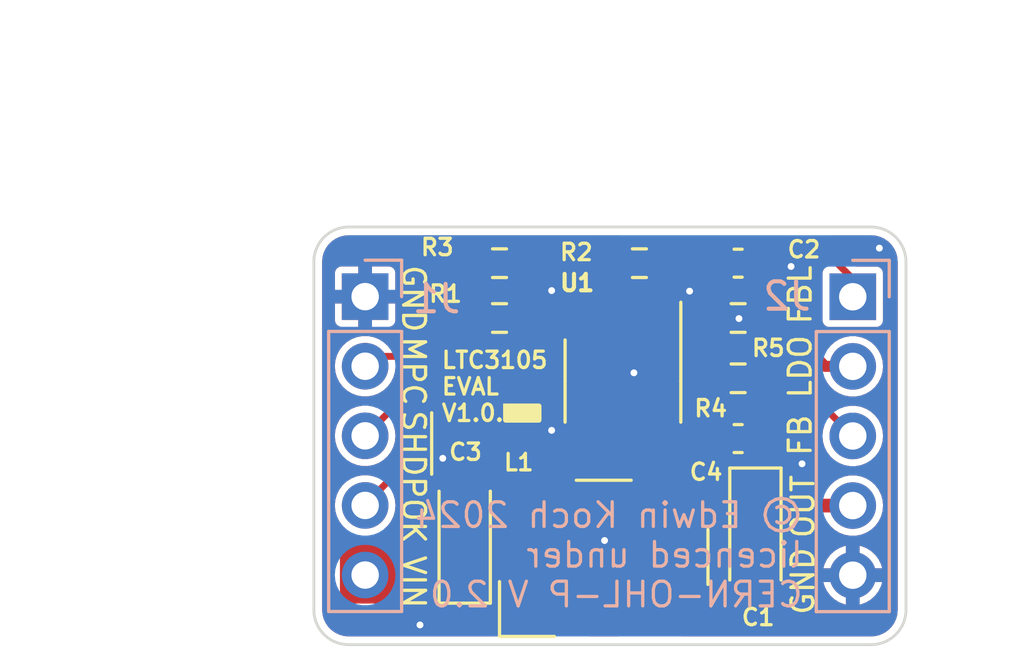
<source format=kicad_pcb>
(kicad_pcb (version 20240108) (generator "pcbnew") (generator_version "8.0")
  (title_block (title "LTC3105 Evaluation Board") (date "2024-12-30") (rev "V1.0") (company "© Edwin Koch 2024, This work is licenced under CERN-OHL-P V 2.0."))
  (layers (0 "F.Cu" signal) (31 "B.Cu" signal) (34 "B.Paste" user) (35 "F.Paste" user) (36 "B.SilkS" user "B.Silkscreen") (37 "F.SilkS" user "F.Silkscreen") (38 "B.Mask" user) (39 "F.Mask" user) (44 "Edge.Cuts" user))
  (net 0 "")
  (net 1 "VOUT")
  (net 2 "GND")
  (net 3 "VIN")
  (net 4 "FB_LDO")
  (net 5 "LDO_OUT")
  (net 6 "~{SHUTDOWN}")
  (net 7 "MPPC")
  (net 8 "POWERGOOD")
  (net 9 "Net-(U1-AUX)")
  (net 10 "FB")
  (net 11 "/SW")
  (footprint "Resistor_SMD:R_0603_1608Metric_Pad0.98x0.95mm_HandSolder" (layer "F.Cu") (at 131.9 97.3 180)
    (property "Reference" "R1" (at 1.97 0.88 180) (layer "F.SilkS") (effects (font (size 0.6 0.6) (thickness 0.12) (bold yes))))
    (property "Value" "~")
    (fp_line (start -0.254724 0.5225) (end 0.254724 0.5225) (stroke (width 0.12)) (layer "F.SilkS"))
    (fp_line (start -0.254724 -0.5225) (end 0.254724 -0.5225) (stroke (width 0.12)) (layer "F.SilkS"))
    (pad "1" smd roundrect (at -0.9125 0 180) (size 0.975 0.95) (layers "F.Cu" "F.Paste" "F.Mask") (net 7 "MPPC"))
    (pad "2" smd roundrect (at 0.9125 0 180) (size 0.975 0.95) (layers "F.Cu" "F.Paste" "F.Mask") (net 2 "GND"))
  )
  (footprint "Capacitor_SMD:C_0603_1608Metric_Pad1.08x0.95mm_HandSolder" (layer "F.Cu") (at 140.6 95.3)
    (property "Reference" "C2" (at 2.4 -0.5 0) (layer "F.SilkS") (effects (font (size 0.6 0.6) (thickness 0.12) (bold yes))))
    (property "Value" "4.7u")
    (fp_line (start -0.146267 -0.51) (end 0.146267 -0.51) (stroke (width 0.12)) (layer "F.SilkS"))
    (fp_line (start -0.146267 0.51) (end 0.146267 0.51) (stroke (width 0.12)) (layer "F.SilkS"))
    (pad "1" smd roundrect (at -0.8625 0) (size 1.075 0.95) (layers "F.Cu" "F.Paste" "F.Mask") (net 5 "LDO_OUT"))
    (pad "2" smd roundrect (at 0.8625 0) (size 1.075 0.95) (layers "F.Cu" "F.Paste" "F.Mask") (net 2 "GND"))
  )
  (footprint "Capacitor_SMD:C_0603_1608Metric_Pad1.08x0.95mm_HandSolder" (layer "F.Cu") (at 140.6 101.7)
    (property "Reference" "C4" (at -1.17 1.22 0) (layer "F.SilkS") (effects (font (size 0.6 0.6) (thickness 0.12) (bold yes))))
    (property "Value" "1u")
    (fp_line (start -0.146267 -0.51) (end 0.146267 -0.51) (stroke (width 0.12)) (layer "F.SilkS"))
    (fp_line (start -0.146267 0.51) (end 0.146267 0.51) (stroke (width 0.12)) (layer "F.SilkS"))
    (pad "1" smd roundrect (at -0.8625 0) (size 1.075 0.95) (layers "F.Cu" "F.Paste" "F.Mask") (net 9 "Net-(U1-AUX)"))
    (pad "2" smd roundrect (at 0.8625 0) (size 1.075 0.95) (layers "F.Cu" "F.Paste" "F.Mask") (net 2 "GND"))
  )
  (footprint "Resistor_SMD:R_0603_1608Metric_Pad0.98x0.95mm_HandSolder" (layer "F.Cu") (at 140.6 99.5)
    (property "Reference" "R4" (at -1 1.1 0) (layer "F.SilkS") (effects (font (size 0.6 0.6) (thickness 0.12) (bold yes))))
    (property "Value" "~")
    (fp_line (start -0.254724 -0.5225) (end 0.254724 -0.5225) (stroke (width 0.12)) (layer "F.SilkS"))
    (fp_line (start -0.254724 0.5225) (end 0.254724 0.5225) (stroke (width 0.12)) (layer "F.SilkS"))
    (pad "1" smd roundrect (at -0.9125 0) (size 0.975 0.95) (layers "F.Cu" "F.Paste" "F.Mask") (net 1 "VOUT"))
    (pad "2" smd roundrect (at 0.9125 0) (size 0.975 0.95) (layers "F.Cu" "F.Paste" "F.Mask") (net 10 "FB"))
  )
  (footprint "Resistor_SMD:R_0603_1608Metric_Pad0.98x0.95mm_HandSolder" (layer "F.Cu") (at 140.6 97.3)
    (property "Reference" "R5" (at 1.1 1.1 0) (layer "F.SilkS") (effects (font (size 0.6 0.6) (thickness 0.12) (bold yes))))
    (property "Value" "~")
    (fp_line (start -0.254724 -0.5225) (end 0.254724 -0.5225) (stroke (width 0.12)) (layer "F.SilkS"))
    (fp_line (start -0.254724 0.5225) (end 0.254724 0.5225) (stroke (width 0.12)) (layer "F.SilkS"))
    (pad "1" smd roundrect (at -0.9125 0) (size 0.975 0.95) (layers "F.Cu" "F.Paste" "F.Mask") (net 10 "FB"))
    (pad "2" smd roundrect (at 0.9125 0) (size 0.975 0.95) (layers "F.Cu" "F.Paste" "F.Mask") (net 2 "GND"))
  )
  (footprint "Package_SO:MSOP-12_3x4mm_P0.65mm" (layer "F.Cu") (at 136.4 99.6 -90)
    (property "Reference" "U1" (at -3.58 1.67 0) (layer "F.SilkS") (effects (font (size 0.6 0.6))))
    (property "Value" "LTC3105EMS")
    (fp_line (start 0 2.11) (end -1.5 2.11) (stroke (width 0.12)) (layer "F.SilkS"))
    (fp_line (start 0 2.11) (end 1.5 2.11) (stroke (width 0.12)) (layer "F.SilkS"))
    (fp_line (start 0 -2.11) (end -2.875 -2.11) (stroke (width 0.12)) (layer "F.SilkS"))
    (fp_line (start 0 -2.11) (end 1.5 -2.11) (stroke (width 0.12)) (layer "F.SilkS"))
    (pad "1" smd roundrect (at -2.15 -1.625 270) (size 1.45 0.4) (layers "F.Cu" "F.Paste" "F.Mask") (net 10 "FB"))
    (pad "2" smd roundrect (at -2.15 -0.975 270) (size 1.45 0.4) (layers "F.Cu" "F.Paste" "F.Mask") (net 5 "LDO_OUT"))
    (pad "3" smd roundrect (at -2.15 -0.325 270) (size 1.45 0.4) (layers "F.Cu" "F.Paste" "F.Mask") (net 4 "FB_LDO"))
    (pad "4" smd roundrect (at -2.15 0.325 270) (size 1.45 0.4) (layers "F.Cu" "F.Paste" "F.Mask") (net 6 "~{SHUTDOWN}"))
    (pad "5" smd roundrect (at -2.15 0.975 270) (size 1.45 0.4) (layers "F.Cu" "F.Paste" "F.Mask") (net 7 "MPPC"))
    (pad "6" smd roundrect (at -2.15 1.625 270) (size 1.45 0.4) (layers "F.Cu" "F.Paste" "F.Mask") (net 2 "GND"))
    (pad "7" smd roundrect (at 2.15 1.625 270) (size 1.45 0.4) (layers "F.Cu" "F.Paste" "F.Mask") (net 2 "GND"))
    (pad "8" smd roundrect (at 2.15 0.975 270) (size 1.45 0.4) (layers "F.Cu" "F.Paste" "F.Mask") (net 3 "VIN"))
    (pad "9" smd roundrect (at 2.15 0.325 270) (size 1.45 0.4) (layers "F.Cu" "F.Paste" "F.Mask") (net 11 "/SW"))
    (pad "10" smd roundrect (at 2.15 -0.325 270) (size 1.45 0.4) (layers "F.Cu" "F.Paste" "F.Mask") (net 8 "POWERGOOD"))
    (pad "11" smd roundrect (at 2.15 -0.975 270) (size 1.45 0.4) (layers "F.Cu" "F.Paste" "F.Mask") (net 1 "VOUT"))
    (pad "12" smd roundrect (at 2.15 -1.625 270) (size 1.45 0.4) (layers "F.Cu" "F.Paste" "F.Mask") (net 9 "Net-(U1-AUX)"))
  )
  (footprint "Resistor_SMD:R_0603_1608Metric_Pad0.98x0.95mm_HandSolder" (layer "F.Cu") (at 137 95.3 180)
    (property "Reference" "R2" (at 2.3 0.4 0) (layer "F.SilkS") (effects (font (size 0.6 0.6) (thickness 0.12) (bold yes))))
    (property "Value" "~")
    (fp_line (start -0.254724 0.5225) (end 0.254724 0.5225) (stroke (width 0.12)) (layer "F.SilkS"))
    (fp_line (start -0.254724 -0.5225) (end 0.254724 -0.5225) (stroke (width 0.12)) (layer "F.SilkS"))
    (pad "1" smd roundrect (at -0.9125 0 180) (size 0.975 0.95) (layers "F.Cu" "F.Paste" "F.Mask") (net 5 "LDO_OUT"))
    (pad "2" smd roundrect (at 0.9125 0 180) (size 0.975 0.95) (layers "F.Cu" "F.Paste" "F.Mask") (net 4 "FB_LDO"))
  )
  (footprint "Capacitor_Tantalum_SMD:CP_EIA-3216-18_Kemet-A_Pad1.58x1.35mm_HandSolder" (layer "F.Cu") (at 141.23 105.26 -90)
    (property "Reference" "C1" (at 2.96 -0.1 0) (layer "F.SilkS") (effects (font (size 0.6 0.6) (thickness 0.12) (bold yes))))
    (property "Value" "10uF")
    (fp_line (start -2.485 0.935) (end 1.6 0.935) (stroke (width 0.12)) (layer "F.SilkS"))
    (fp_line (start -2.485 -0.935) (end -2.485 0.935) (stroke (width 0.12)) (layer "F.SilkS"))
    (fp_line (start 1.6 -0.935) (end -2.485 -0.935) (stroke (width 0.12)) (layer "F.SilkS"))
    (pad "1" smd roundrect (at -1.4375 0 270) (size 1.575 1.35) (layers "F.Cu" "F.Paste" "F.Mask") (roundrect_rratio 0.185185) (net 1 "VOUT"))
    (pad "2" smd roundrect (at 1.4375 0 270) (size 1.575 1.35) (layers "F.Cu" "F.Paste" "F.Mask") (roundrect_rratio 0.185185) (net 2 "GND") (thermal_bridge_width 0.5) (thermal_gap 0.15))
  )
  (footprint "021_inductor:L_Coilcraft_MSS5131-XXX_handsolder" (layer "F.Cu") (at 135.7 106.02 90)
    (property "Reference" "L1" (at 3.45 -3.1 0) (layer "F.SilkS") (effects (font (size 0.6 0.6) (thickness 0.12) (bold yes))))
    (property "Value" "10uH")
    (fp_line (start -2.9 -3.8) (end -0.9 -3.8) (stroke (width 0.12)) (layer "F.SilkS"))
    (fp_line (start -2.9 -3.8) (end -2.9 -1.8) (stroke (width 0.12)) (layer "F.SilkS"))
    (fp_line (start 2.8 -1) (end 2.8 1) (stroke (width 0.12)) (layer "F.SilkS"))
    (fp_line (start -1 3.8) (end 1 3.8) (stroke (width 0.12)) (layer "F.SilkS"))
    (pad "1" smd custom (at 0 -3 90) (size 4 1) (layers "F.Cu" "F.Paste" "F.Mask") (net 3 "VIN") (options (clearance outline) (anchor rect)) (primitives (gr_rect (start -2 -0.5) (end 2 0.5) (width 0) (fill yes)) (gr_poly (pts (xy -2.54 2.199998) (xy -2.54 0.459998) (xy 2.54 0.459998) (xy 2.54 2.199998) (arc (start 1.860276 2.199998) (mid 0 0.974998) (end -1.860276 2.199998))) (width 0) (fill yes))))
    (pad "2" smd custom (at 0 2.999996 270) (size 4 1) (layers "F.Cu" "F.Paste" "F.Mask") (net 11 "/SW") (options (clearance outline) (anchor rect)) (primitives (gr_poly (pts (xy -2.54 2.199998) (xy -2.54 0.459998) (xy 2.54 0.459998) (xy 2.54 2.199998) (arc (start 1.860276 2.199998) (mid 0 0.974998) (end -1.860276 2.199998))) (width 0) (fill yes)) (gr_rect (start -2 -0.5) (end 2 0.5) (width 0) (fill yes))))
  )
  (footprint "Resistor_SMD:R_0603_1608Metric_Pad0.98x0.95mm_HandSolder" (layer "F.Cu") (at 131.9 95.3 180)
    (property "Reference" "R3" (at 2.27 0.58 0) (layer "F.SilkS") (effects (font (size 0.6 0.6) (thickness 0.12) (bold yes))))
    (property "Value" "~")
    (fp_line (start -0.254724 0.5225) (end 0.254724 0.5225) (stroke (width 0.12)) (layer "F.SilkS"))
    (fp_line (start -0.254724 -0.5225) (end 0.254724 -0.5225) (stroke (width 0.12)) (layer "F.SilkS"))
    (pad "1" smd roundrect (at -0.9125 0 180) (size 0.975 0.95) (layers "F.Cu" "F.Paste" "F.Mask") (net 4 "FB_LDO"))
    (pad "2" smd roundrect (at 0.9125 0 180) (size 0.975 0.95) (layers "F.Cu" "F.Paste" "F.Mask") (net 2 "GND"))
  )
  (footprint "Capacitor_Tantalum_SMD:CP_EIA-3216-18_Kemet-A_Pad1.58x1.35mm_HandSolder" (layer "F.Cu") (at 130.63 105.22 90)
    (property "Reference" "C3" (at 3.03 0.03 0) (layer "F.SilkS") (effects (font (size 0.6 0.6) (thickness 0.12) (bold yes))))
    (property "Value" "10uF")
    (fp_line (start 1.6 -0.935) (end -2.485 -0.935) (stroke (width 0.12)) (layer "F.SilkS"))
    (fp_line (start -2.485 -0.935) (end -2.485 0.935) (stroke (width 0.12)) (layer "F.SilkS"))
    (fp_line (start -2.485 0.935) (end 1.6 0.935) (stroke (width 0.12)) (layer "F.SilkS"))
    (pad "1" smd roundrect (at -1.4375 0 90) (size 1.575 1.35) (layers "F.Cu" "F.Paste" "F.Mask") (roundrect_rratio 0.185185) (net 3 "VIN"))
    (pad "2" smd roundrect (at 1.4375 0 90) (size 1.575 1.35) (layers "F.Cu" "F.Paste" "F.Mask") (roundrect_rratio 0.185185) (net 2 "GND") (thermal_bridge_width 0.5) (thermal_gap 0.15))
  )
  (footprint "Connector_PinHeader_2.54mm:PinHeader_1x05_P2.54mm_Vertical" (layer "B.Cu") (at 144.78 96.525 180)
    (property "Reference" "J2" (at 2.4 0.02 180) (layer "B.SilkS") (effects (justify mirror)))
    (property "Value" "Conn_01x05_Pin")
    (fp_line (start 1.33 -1.27) (end 1.33 -11.49) (stroke (width 0.12)) (layer "B.SilkS"))
    (fp_line (start -1.33 1.33) (end 0 1.33) (stroke (width 0.12)) (layer "B.SilkS"))
    (fp_line (start -1.33 0) (end -1.33 1.33) (stroke (width 0.12)) (layer "B.SilkS"))
    (fp_line (start -1.33 -1.27) (end 1.33 -1.27) (stroke (width 0.12)) (layer "B.SilkS"))
    (fp_line (start -1.33 -1.27) (end -1.33 -11.49) (stroke (width 0.12)) (layer "B.SilkS"))
    (fp_line (start -1.33 -11.49) (end 1.33 -11.49) (stroke (width 0.12)) (layer "B.SilkS"))
    (pad "1" thru_hole rect (at 0 0 180) (size 1.7 1.7) (drill 1) (layers "*.Cu" "*.Mask") (net 4 "FB_LDO"))
    (pad "2" thru_hole oval (at 0 -2.54 180) (size 1.7 1.7) (drill 1) (layers "*.Cu" "*.Mask") (net 5 "LDO_OUT"))
    (pad "3" thru_hole oval (at 0 -5.08 180) (size 1.7 1.7) (drill 1) (layers "*.Cu" "*.Mask") (net 10 "FB"))
    (pad "4" thru_hole oval (at 0 -7.62 180) (size 1.7 1.7) (drill 1) (layers "*.Cu" "*.Mask") (net 1 "VOUT"))
    (pad "5" thru_hole oval (at 0 -10.16 180) (size 1.7 1.7) (drill 1) (layers "*.Cu" "*.Mask") (net 2 "GND"))
  )
  (footprint "Connector_PinHeader_2.54mm:PinHeader_1x05_P2.54mm_Vertical" (layer "B.Cu") (at 127 96.52 180)
    (property "Reference" "J1" (at -2.6 -0.08 0) (layer "B.SilkS") (effects (justify mirror)))
    (property "Value" "Conn_01x05_Pin")
    (fp_line (start 1.33 -1.27) (end 1.33 -11.49) (stroke (width 0.12)) (layer "B.SilkS"))
    (fp_line (start -1.33 1.33) (end 0 1.33) (stroke (width 0.12)) (layer "B.SilkS"))
    (fp_line (start -1.33 0) (end -1.33 1.33) (stroke (width 0.12)) (layer "B.SilkS"))
    (fp_line (start -1.33 -1.27) (end 1.33 -1.27) (stroke (width 0.12)) (layer "B.SilkS"))
    (fp_line (start -1.33 -1.27) (end -1.33 -11.49) (stroke (width 0.12)) (layer "B.SilkS"))
    (fp_line (start -1.33 -11.49) (end 1.33 -11.49) (stroke (width 0.12)) (layer "B.SilkS"))
    (pad "1" thru_hole rect (at 0 0 180) (size 1.7 1.7) (drill 1) (layers "*.Cu" "*.Mask") (net 2 "GND"))
    (pad "2" thru_hole oval (at 0 -2.54 180) (size 1.7 1.7) (drill 1) (layers "*.Cu" "*.Mask") (net 7 "MPPC"))
    (pad "3" thru_hole oval (at 0 -5.08 180) (size 1.7 1.7) (drill 1) (layers "*.Cu" "*.Mask") (net 6 "~{SHUTDOWN}"))
    (pad "4" thru_hole oval (at 0 -7.62 180) (size 1.7 1.7) (drill 1) (layers "*.Cu" "*.Mask") (net 8 "POWERGOOD"))
    (pad "5" thru_hole oval (at 0 -10.16 180) (size 1.7 1.7) (drill 1) (layers "*.Cu" "*.Mask") (net 3 "VIN"))
  )
  (gr_rect (start 132.13 100.52) (end 133.33 101.02) (stroke (width 0.2)) (fill solid) (layer "F.SilkS"))
  (gr_arc (start 125.13 95.25) (mid 125.501974 94.351974) (end 126.4 93.98) (stroke (width 0.1)) (layer "Edge.Cuts"))
  (gr_arc (start 146.72 107.949999) (mid 146.348026 108.848025) (end 145.45 109.219999) (stroke (width 0.1)) (layer "Edge.Cuts"))
  (gr_line (start 126.4 109.22) (end 145.45 109.219999) (stroke (width 0.1)) (layer "Edge.Cuts"))
  (gr_line (start 145.45 93.980001) (end 126.4 93.98) (stroke (width 0.1)) (layer "Edge.Cuts"))
  (gr_line (start 146.719999 95.25) (end 146.72 107.949999) (stroke (width 0.1)) (layer "Edge.Cuts"))
  (gr_arc (start 126.4 109.22) (mid 125.501974 108.848026) (end 125.13 107.95) (stroke (width 0.1)) (layer "Edge.Cuts"))
  (gr_line (start 125.13 95.25) (end 125.13 107.95) (stroke (width 0.1)) (layer "Edge.Cuts"))
  (gr_arc (start 145.45 93.980001) (mid 146.348026 94.351975) (end 146.72 95.250001) (stroke (width 0.1)) (layer "Edge.Cuts"))
  (gr_text "© Edwin Koch 2024 \nlicenced under\nCERN-OHL-P V 2.0\n" (at 143.03 107.92 0) (layer "B.SilkS") (effects (font (size 0.9 0.9) (thickness 0.12)) (justify left bottom mirror)))
  (gr_text "GND" (at 128.3 95.3 -90) (layer "F.SilkS") (effects (font (size 0.8 0.8) (thickness 0.12)) (justify left bottom)))
  (gr_text "POK" (at 128.3 103 270) (layer "F.SilkS") (effects (font (size 0.8 0.8) (thickness 0.12)) (justify left bottom)))
  (gr_text "LTC3105\nEVAL\nV1.0.\n" (at 129.73 101.12 0) (layer "F.SilkS") (effects (font (size 0.6 0.6) (thickness 0.12)) (justify left bottom)))
  (gr_text "LDO" (at 143.33 100.3 90) (layer "F.SilkS") (effects (font (size 0.8 0.8) (thickness 0.12)) (justify left bottom)))
  (gr_text "VIN" (at 128.3 105.9 270) (layer "F.SilkS") (effects (font (size 0.8 0.8) (thickness 0.12)) (justify left bottom)))
  (gr_text "~{SHD}\n" (at 128.3 100.6 270) (layer "F.SilkS") (effects (font (size 0.8 0.8) (thickness 0.12)) (justify left bottom)))
  (gr_text "GND" (at 143.43 108.2 90) (layer "F.SilkS") (effects (font (size 0.8 0.8) (thickness 0.12)) (justify left bottom)))
  (gr_text "FB" (at 143.33 102.4 90) (layer "F.SilkS") (effects (font (size 0.8 0.8) (thickness 0.12)) (justify left bottom)))
  (gr_text "FBL" (at 143.33 97.6 90) (layer "F.SilkS") (effects (font (size 0.8 0.8) (thickness 0.12)) (justify left bottom)))
  (gr_text "MPC" (at 128.3 97.9 270) (layer "F.SilkS") (effects (font (size 0.8 0.8) (thickness 0.12)) (justify left bottom)))
  (gr_text "OUT" (at 143.43 105.4 90) (layer "F.SilkS") (effects (font (size 0.8 0.8) (thickness 0.12)) (justify left bottom)))
  (segment (start 142.755 104.145) (end 144.78 104.145) (width 0.5) (layer "F.Cu") (net 1))
  (segment (start 137.775 103.02) (end 139.33 103.02) (width 0.5) (layer "F.Cu") (net 1))
  (segment (start 139.6875 99.5) (end 138 99.5) (width 0.25) (layer "F.Cu") (net 1))
  (segment (start 139.33 103.02) (end 140.1325 103.8225) (width 0.5) (layer "F.Cu") (net 1))
  (segment (start 141.23 103.8225) (end 142.4325 103.8225) (width 0.5) (layer "F.Cu") (net 1))
  (segment (start 140.1325 103.8225) (end 141.23 103.8225) (width 0.5) (layer "F.Cu") (net 1))
  (segment (start 137.375 100.125) (end 137.375 101.75) (width 0.25) (layer "F.Cu") (net 1))
  (segment (start 138 99.5) (end 137.375 100.125) (width 0.25) (layer "F.Cu") (net 1))
  (segment (start 142.4325 103.8225) (end 142.755 104.145) (width 0.5) (layer "F.Cu") (net 1))
  (segment (start 137.375 102.62) (end 137.775 103.02) (width 0.5) (layer "F.Cu") (net 1))
  (segment (start 137.375 101.75) (end 137.375 102.62) (width 0.4) (layer "F.Cu") (net 1))
  (via (at 145.75 94.75) (size 0.4) (drill 0.25) (layers "F.Cu" "B.Cu") (net 2))
  (via (at 140.63 97.32) (size 0.4) (drill 0.25) (layers "F.Cu" "B.Cu") (net 2))
  (via (at 133.8 96.3) (size 0.4) (drill 0.25) (layers "F.Cu" "B.Cu") (net 2))
  (via (at 129 108.5) (size 0.4) (drill 0.25) (layers "F.Cu" "B.Cu") (net 2))
  (via (at 142.53 95.42) (size 0.4) (drill 0.25) (layers "F.Cu" "B.Cu") (net 2))
  (via (at 142.93 102.62) (size 0.4) (drill 0.25) (layers "F.Cu" "B.Cu") (net 2))
  (via (at 129.83 102.42) (size 0.4) (drill 0.25) (layers "F.Cu" "B.Cu") (net 2))
  (via (at 136.8 99.3) (size 0.4) (drill 0.25) (layers "F.Cu" "B.Cu") (net 2))
  (via (at 133.8 101.4) (size 0.4) (drill 0.25) (layers "F.Cu" "B.Cu") (net 2))
  (via (at 135.73 105.42) (size 0.4) (drill 0.25) (layers "F.Cu" "B.Cu") (net 2))
  (via (at 138.83 96.32) (size 0.4) (drill 0.25) (layers "F.Cu" "B.Cu") (net 2))
  (segment (start 135.425 101.75) (end 135.425 103.025) (width 0.4) (layer "F.Cu") (net 3))
  (segment (start 134.73 103.72) (end 134.73 103.97) (width 0.4) (layer "F.Cu") (net 3))
  (segment (start 134.73 103.97) (end 134.7 104) (width 0.4) (layer "F.Cu") (net 3))
  (segment (start 135.425 103.025) (end 134.73 103.72) (width 0.4) (layer "F.Cu") (net 3))
  (segment (start 136.9675 94.42) (end 136.0875 95.3) (width 0.25) (layer "F.Cu") (net 4))
  (segment (start 144.78 96.525) (end 144.78 95.87) (width 0.25) (layer "F.Cu") (net 4))
  (segment (start 132.9125 95.3) (end 136.0875 95.3) (width 0.25) (layer "F.Cu") (net 4))
  (segment (start 143.33 94.42) (end 136.9675 94.42) (width 0.25) (layer "F.Cu") (net 4))
  (segment (start 136.725 95.9375) (end 136.0875 95.3) (width 0.25) (layer "F.Cu") (net 4))
  (segment (start 136.725 97.45) (end 136.725 95.9375) (width 0.25) (layer "F.Cu") (net 4))
  (segment (start 144.78 95.87) (end 143.33 94.42) (width 0.25) (layer "F.Cu") (net 4))
  (segment (start 137.9125 95.3) (end 139.7375 95.3) (width 0.4) (layer "F.Cu") (net 5))
  (segment (start 137.375 97.45) (end 137.375 95.8375) (width 0.4) (layer "F.Cu") (net 5))
  (segment (start 140.8575 96.42) (end 142.63 96.42) (width 0.4) (layer "F.Cu") (net 5))
  (segment (start 139.7375 95.3) (end 140.8575 96.42) (width 0.4) (layer "F.Cu") (net 5))
  (segment (start 143.775 99.065) (end 144.78 99.065) (width 0.4) (layer "F.Cu") (net 5))
  (segment (start 142.83 96.62) (end 142.83 98.12) (width 0.4) (layer "F.Cu") (net 5))
  (segment (start 142.63 96.42) (end 142.83 96.62) (width 0.4) (layer "F.Cu") (net 5))
  (segment (start 137.375 95.8375) (end 137.9125 95.3) (width 0.4) (layer "F.Cu") (net 5))
  (segment (start 142.83 98.12) (end 143.775 99.065) (width 0.4) (layer "F.Cu") (net 5))
  (segment (start 132.63 99.52) (end 135.68 99.52) (width 0.25) (layer "F.Cu") (net 6))
  (segment (start 131.83 100.32) (end 132.63 99.52) (width 0.25) (layer "F.Cu") (net 6))
  (segment (start 135.68 99.52) (end 136.075 99.125) (width 0.25) (layer "F.Cu") (net 6))
  (segment (start 127 101.6) (end 128.28 100.32) (width 0.25) (layer "F.Cu") (net 6))
  (segment (start 128.28 100.32) (end 131.83 100.32) (width 0.25) (layer "F.Cu") (net 6))
  (segment (start 136.075 99.125) (end 136.075 97.45) (width 0.25) (layer "F.Cu") (net 6))
  (segment (start 135.3 98.5) (end 135.425 98.375) (width 0.25) (layer "F.Cu") (net 7))
  (segment (start 132.9 97.3) (end 134.1 98.5) (width 0.25) (layer "F.Cu") (net 7))
  (segment (start 132.8125 97.3) (end 132.9 97.3) (width 0.25) (layer "F.Cu") (net 7))
  (segment (start 135.425 98.375) (end 135.425 97.45) (width 0.25) (layer "F.Cu") (net 7))
  (segment (start 127.36 98.7) (end 131.4125 98.7) (width 0.25) (layer "F.Cu") (net 7))
  (segment (start 127 99.06) (end 127.36 98.7) (width 0.25) (layer "F.Cu") (net 7))
  (segment (start 134.1 98.5) (end 135.3 98.5) (width 0.25) (layer "F.Cu") (net 7))
  (segment (start 131.4125 98.7) (end 132.8125 97.3) (width 0.25) (layer "F.Cu") (net 7))
  (segment (start 127 104.1) (end 127 104.14) (width 0.25) (layer "F.Cu") (net 8))
  (segment (start 129.9 101.2) (end 127 104.1) (width 0.25) (layer "F.Cu") (net 8))
  (segment (start 136.725 100.625) (end 136.2 100.1) (width 0.25) (layer "F.Cu") (net 8))
  (segment (start 132.65 101.2) (end 129.9 101.2) (width 0.25) (layer "F.Cu") (net 8))
  (segment (start 136.2 100.1) (end 133.75 100.1) (width 0.25) (layer "F.Cu") (net 8))
  (segment (start 136.725 101.75) (end 136.725 100.625) (width 0.25) (layer "F.Cu") (net 8))
  (segment (start 133.75 100.1) (end 132.65 101.2) (width 0.25) (layer "F.Cu") (net 8))
  (segment (start 138.075 101.7) (end 138.025 101.75) (width 0.25) (layer "F.Cu") (net 9))
  (segment (start 139.7375 101.7) (end 138.075 101.7) (width 0.25) (layer "F.Cu") (net 9))
  (segment (start 141.25 98.5) (end 140 98.5) (width 0.25) (layer "F.Cu") (net 10))
  (segment (start 141.5125 99.5) (end 141.5125 98.7625) (width 0.25) (layer "F.Cu") (net 10))
  (segment (start 140 98.5) (end 139.6875 98.1875) (width 0.25) (layer "F.Cu") (net 10))
  (segment (start 142.675 99.5) (end 144.78 101.605) (width 0.25) (layer "F.Cu") (net 10))
  (segment (start 139.5375 97.45) (end 138.025 97.45) (width 0.25) (layer "F.Cu") (net 10))
  (segment (start 139.6875 97.3) (end 139.5375 97.45) (width 0.25) (layer "F.Cu") (net 10))
  (segment (start 139.6875 98.1875) (end 139.6875 97.3) (width 0.25) (layer "F.Cu") (net 10))
  (segment (start 141.5125 98.7625) (end 141.25 98.5) (width 0.25) (layer "F.Cu") (net 10))
  (segment (start 141.5125 99.5) (end 142.675 99.5) (width 0.25) (layer "F.Cu") (net 10))
  (segment (start 136.075 103.065) (end 136.9 103.89) (width 0.4) (layer "F.Cu") (net 11))
  (segment (start 136.9 103.89) (end 136.9 104.1) (width 0.4) (layer "F.Cu") (net 11))
  (segment (start 136.075 101.75) (end 136.075 103.065) (width 0.4) (layer "F.Cu") (net 11))
  (zone (net 3) (net_name "VIN") (layer "F.Cu") (priority 1) (connect_pads (clearance 0.25)) (min_thickness 0.25) (fill yes (thermal_gap 0.15) (thermal_bridge_width 0.25) (smoothing fillet) (radius 0.2))
    (polygon (pts (xy 126.08 107.72) (xy 132.38 107.72) (xy 132.38 105.47) (xy 126.08 105.47)))
  )
  (zone (net 2) (net_name "GND") (layers "F&B.Cu") (connect_pads (clearance 0.25)) (min_thickness 0.25) (fill yes (thermal_gap 0.25) (thermal_bridge_width 0.5) (smoothing fillet) (radius 1.27))
    (polygon (pts (xy 125.13 109.22) (xy 125.13 93.98) (xy 146.65 93.98) (xy 146.65 109.22)))
  )
)
</source>
